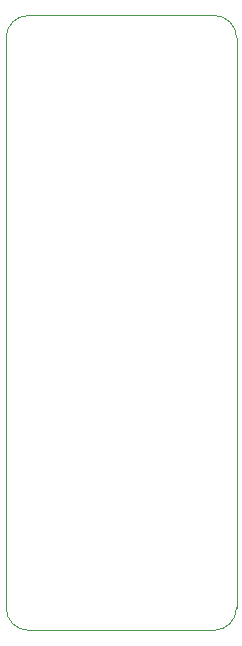
<source format=gbr>
G04 #@! TF.GenerationSoftware,KiCad,Pcbnew,5.1.5-52549c5~84~ubuntu18.04.1*
G04 #@! TF.CreationDate,2020-03-23T11:22:08-04:00*
G04 #@! TF.ProjectId,bbf-eurojacks-thonkiconn,6262662d-6575-4726-9f6a-61636b732d74,rev?*
G04 #@! TF.SameCoordinates,Original*
G04 #@! TF.FileFunction,Profile,NP*
%FSLAX46Y46*%
G04 Gerber Fmt 4.6, Leading zero omitted, Abs format (unit mm)*
G04 Created by KiCad (PCBNEW 5.1.5-52549c5~84~ubuntu18.04.1) date 2020-03-23 11:22:08*
%MOMM*%
%LPD*%
G04 APERTURE LIST*
%ADD10C,0.050000*%
G04 APERTURE END LIST*
D10*
X159756100Y-129128600D02*
G75*
G02X157851100Y-131033600I-1905000J0D01*
G01*
X159756100Y-129128600D02*
X159756100Y-80868600D01*
X157861100Y-78973600D02*
G75*
G02X159756100Y-80868600I0J-1895000D01*
G01*
X157861100Y-78973600D02*
X142141100Y-78973600D01*
X140246100Y-80868600D02*
G75*
G02X142141100Y-78973600I1895000J0D01*
G01*
X140246100Y-80868600D02*
X140246100Y-129128600D01*
X142151100Y-131033600D02*
G75*
G02X140246100Y-129128600I0J1905000D01*
G01*
X142151100Y-131033600D02*
X157851100Y-131033600D01*
M02*

</source>
